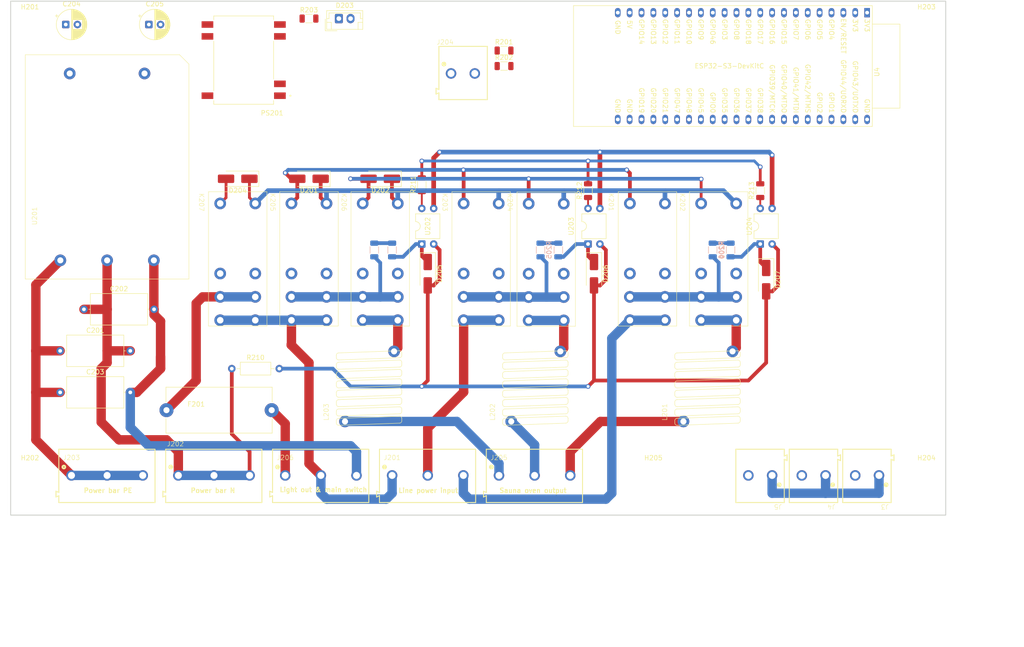
<source format=kicad_pcb>
(kicad_pcb (version 20241229) (generator "pcbnew") (generator_version "9.0")
  (title_block (title "Place Titel In Page Setup") (date "2024-09-26") (rev "0.0.1") (company "Ingenieurbüro für Elektrotechnik") (comment 1 "Dipl.-Ing. Jürgen Eggeling") (comment 2 "Author: Jürgen Eggeling"))
  (layers (0 "F.Cu" signal) (2 "B.Cu" signal) (13 "F.Paste" user) (15 "B.Paste" user) (5 "F.SilkS" user "F.Silkscreen") (7 "B.SilkS" user "B.Silkscreen") (1 "F.Mask" user) (3 "B.Mask" user) (25 "Edge.Cuts" user))
  (net 0 "")
  (net 1 "GND")
  (net 2 "+24V")
  (net 3 "+5V")
  (net 4 "Relais_1")
  (net 5 "Relais_2")
  (net 6 "L1_ON")
  (net 7 "Relais_3")
  (net 8 "Net-(D203-A)")
  (net 9 "N")
  (net 10 "Net-(D205-K)")
  (net 11 "Net-(D206-K)")
  (net 12 "L3")
  (net 13 "/Power distribution part/L1_SW")
  (net 14 "L2")
  (net 15 "/Power distribution part/L2_SW")
  (net 16 "/Power distribution part/L3_SW")
  (net 17 "L1")
  (net 18 "/Power distribution part/L3_OUT")
  (net 19 "/Power distribution part/L1_OUT")
  (net 20 "+3V3")
  (net 21 "L2_SENSE")
  (net 22 "L3_SENSE")
  (net 23 "PE")
  (net 24 "Light_on_off")
  (net 25 "Standby_On")
  (net 26 "Door_Contact")
  (net 27 "24VR")
  (net 28 "Net-(D207-K)")
  (net 29 "/Power distribution part/L2_OUT")
  (net 84 "/Power distribution part/Light_Out")
  (net 85 "Net-(F201-Pad2)")
  (net 86 "24V_FB")
  (net 87 "Net-(R204-Pad2)")
  (net 88 "Net-(R205-Pad2)")
  (net 89 "Net-(R206-Pad2)")
  (net 90 "/Power distribution part/K202_Out")
  (net 91 "/Power distribution part/K204_Out")
  (net 92 "/Power distribution part/K206_Out")
  (net 93 "Net-(D205-A)")
  (net 94 "L1_SENSE")
  (footprint "Package_DIP:DIP-4_W7.62mm" (layer "F.Cu") (at 190.495 93.98 90)
    (property "Reference" "U203")
    (property "Value" "4N25" (hide yes))
  )
  (footprint "Package_DIP:DIP-4_W7.62mm" (layer "F.Cu") (at 227.325 93.975 90)
    (property "Reference" "U204")
    (property "Value" "4N25" (hide yes))
  )
  (footprint "MyRelays:Standard_Relay_double Pins" (layer "F.Cu") (at 146.05 97.79 -90)
    (property "Reference" "K206")
    (property "Value" "Relais_SPDT_CO")
  )
  (footprint "MyConnectors:Terminal_Block_2_RM5.08" (layer "F.Cu") (at 238.76 143.51 180)
    (property "Reference" "J4")
    (property "Value" "KL2RM5.08")
  )
  (footprint "Diode_SMD:D_SMA_Handsoldering" (layer "F.Cu") (at 156.21 100.33 -90)
    (property "Reference" "D205")
    (property "Value" "1N4004")
  )
  (footprint "MyConnectors:Terminal_Block_3_RM7.62" (layer "F.Cu") (at 87.63 143.51)
    (property "Reference" "J203")
    (property "Value" "KL3RM7.62")
  )
  (footprint "MyRelays:Standard_Relay_double Pins" (layer "F.Cu") (at 115.57 97.79 -90)
    (property "Reference" "K207")
    (property "Value" "Relais_SPDT_CO")
  )
  (footprint "MyConnectors:Terminal_Block_2_RM5.08" (layer "F.Cu") (at 227.33 143.51 180)
    (property "Reference" "J5")
    (property "Value" "KL2RM5.08")
  )
  (footprint "Fuse:Fuseholder_Cylinder-5x20mm_Schurter_0031_8201_Horizontal_Open" (layer "F.Cu") (at 100.33 129.54)
    (property "Reference" "F201")
    (property "Value" "1A/M" (hide yes))
  )
  (footprint "Diode_SMD:D_SMA_Handsoldering" (layer "F.Cu") (at 146.05 80.01 180)
    (property "Reference" "D202")
    (property "Value" "1N4004")
  )
  (footprint "MyConnectors:Terminal_Block_3_RM7.62" (layer "F.Cu") (at 110.49 143.51)
    (property "Reference" "J202")
    (property "Value" "KL3RM7.62")
  )
  (footprint "SaunaProject:Current_Coil_15X14" (layer "F.Cu") (at 215.9 124.46 90)
    (property "Reference" "L201")
    (property "Value" "8Wdg,D8,1,3mm" (hide yes))
  )
  (footprint "Connector_JST:JST_EH_B2B-EH-A_1x02_P2.50mm_Vertical" (layer "F.Cu") (at 137.2 45.72)
    (property "Reference" "D203")
    (property "Value" "LED")
  )
  (footprint "MountingHole:MountingHole_3.2mm_M3_DIN965" (layer "F.Cu") (at 262.89 46.99)
    (property "Reference" "H203")
    (property "Value" "MountingHole")
  )
  (footprint "Capacitor_THT:C_Axial_L12.0mm_D6.5mm_P15.00mm_Horizontal" (layer "F.Cu") (at 82.67 107.95)
    (property "Reference" "C202")
    (property "Value" "33nF")
  )
  (footprint "Capacitor_THT:CP_Radial_D6.3mm_P2.50mm" (layer "F.Cu") (at 96.56 46.99)
    (property "Reference" "C205")
    (property "Value" "10µF/50V")
  )
  (footprint "Diode_SMD:D_SMA_Handsoldering" (layer "F.Cu") (at 191.77 100.33 -90)
    (property "Reference" "D206")
    (property "Value" "1N4004")
  )
  (footprint "MyConnectors:Terminal_Block_3_RM7.62" (layer "F.Cu") (at 156.21 143.51)
    (property "Reference" "J201")
    (property "Value" "KL3RM7.62" (hide yes))
  )
  (footprint "SaunaProject:Current_Coil_15X14" (layer "F.Cu") (at 143.51 124.46 90)
    (property "Reference" "L203")
    (property "Value" "8Wdg,D8,1,3mm" (hide yes))
  )
  (footprint "MountingHole:MountingHole_3.2mm_M3_DIN965" (layer "F.Cu") (at 71.12 143.51)
    (property "Reference" "H202")
    (property "Value" "MountingHole")
  )
  (footprint "MyRelays:Standard_Relay_double Pins" (layer "F.Cu") (at 218.44 97.79 -90)
    (property "Reference" "K202")
    (property "Value" "Relais_SPDT_CO")
  )
  (footprint "MountingHole:MountingHole_3.2mm_M3_DIN965" (layer "F.Cu") (at 71.12 46.99)
    (property "Reference" "H201")
    (property "Value" "MountingHole")
  )
  (footprint "MyRelays:Standard_Relay_double Pins" (layer "F.Cu") (at 203.2 97.79 -90)
    (property "Reference" "K201")
    (property "Value" "Relais_SPDT_CO" (hide yes))
  )
  (footprint "MyConnectors:Terminal_Block_2_RM5.08" (layer "F.Cu") (at 250.19 143.51 180)
    (property "Reference" "J3")
    (property "Value" "KL2RM5.08")
  )
  (footprint "MountingHole:MountingHole_3.2mm_M3_DIN965" (layer "F.Cu") (at 204.47 143.51)
    (property "Reference" "H205")
    (property "Value" "MountingHole")
  )
  (footprint "MyRelays:Standard_Relay_double Pins" (layer "F.Cu") (at 167.64 97.79 -90)
    (property "Reference" "K203")
    (property "Value" "Relais_SPDT_CO" (hide yes))
  )
  (footprint "MyRelays:Standard_Relay_double Pins" (layer "F.Cu") (at 130.81 97.79 -90)
    (property "Reference" "K205")
    (property "Value" "Relais_SPDT_CO" (hide yes))
  )
  (footprint "Package_DIP:DIP-4_W7.62mm" (layer "F.Cu") (at 154.94 93.98 90)
    (property "Reference" "U202")
    (property "Value" "4N25" (hide yes))
  )
  (footprint "MyConnectors:Terminal_Block_2_RM5.08" (layer "F.Cu") (at 163.7325 57.465)
    (property "Reference" "J204")
    (property "Value" "KL2RM5.08")
  )
  (footprint "Resistor_SMD:R_1206_3216Metric" (layer "F.Cu") (at 190.5 82.55 90)
    (property "Reference" "R212")
    (property "Value" "10K")
  )
  (footprint "Diode_SMD:D_SMA_Handsoldering" (layer "F.Cu") (at 228.6 101.6 -90)
    (property "Reference" "D207")
    (property "Value" "1N4004")
  )
  (footprint "MyConnectors:Terminal_Block_3_RM7.62" (layer "F.Cu") (at 179.07 143.51)
    (property "Reference" "J205")
    (property "Value" "KL3RM7.62" (hide yes))
  )
  (footprint "Capacitor_THT:C_Axial_L12.0mm_D6.5mm_P15.00mm_Horizontal" (layer "F.Cu") (at 77.59 116.84)
    (property "Reference" "C201")
    (property "Value" "1nF")
  )
  (footprint "Resistor_SMD:R_1206_3216Metric" (layer "F.Cu") (at 172.5275 55.88)
    (property "Reference" "R202")
    (property "Value" "10K")
  )
  (footprint "Resistor_SMD:R_1206_3216Metric" (layer "F.Cu") (at 227.33 82.55 90)
    (property "Reference" "R213")
    (property "Value" "10K")
  )
  (footprint "DCDC:CONV_RSH2-2405S_H3-R" (layer "F.Cu") (at 116.84 54.61 180)
    (property "Reference" "PS201")
    (property "Value" "RSH2-2405S_H3-R")
  )
  (footprint "MyConnectors:Terminal_Block_3_RM7.62" (layer "F.Cu") (at 133.35 143.51)
    (property "Reference" "J206")
    (property "Value" "KL3RM7.62" (hide yes))
  )
  (footprint "Resistor_SMD:R_1206_3216Metric" (layer "F.Cu") (at 130.81 45.72)
    (property "Reference" "R203")
    (property "Value" "1K5")
  )
  (footprint "Diode_SMD:D_SMA_Handsoldering" (layer "F.Cu") (at 130.81 80.01 180)
    (property "Reference" "D201")
    (property "Value" "1N4004")
  )
  (footprint "MountingHole:MountingHole_3.2mm_M3_DIN965" (layer "F.Cu") (at 262.89 143.51)
    (property "Reference" "H204")
    (property "Value" "MountingHole")
  )
  (footprint "SaunaProject:Current_Coil_15X14" (layer "F.Cu") (at 179.07 124.46 90)
    (property "Reference" "L202")
    (property "Value" "8Wdg,D8,1,3mm" (hide yes))
  )
  (footprint "Resistor_SMD:R_1206_3216Metric" (layer "F.Cu") (at 172.5275 52.57)
    (property "Reference" "R201")
    (property "Value" "100K")
  )
  (footprint "MyRelays:Standard_Relay_double Pins" (layer "F.Cu") (at 181.55 97.83 -90)
    (property "Reference" "K204")
    (property "Value" "Relais_SPDT_CO")
  )
  (footprint "Resistor_SMD:R_1206_3216Metric" (layer "F.Cu") (at 154.94 81.28 90)
    (property "Reference" "R211")
    (property "Value" "10K")
  )
  (footprint "Diode_SMD:D_SMA_Handsoldering" (layer "F.Cu") (at 115.57 80.01 180)
    (property "Reference" "D204")
    (property "Value" "1N4004")
  )
  (footprint "Capacitor_THT:C_Axial_L12.0mm_D6.5mm_P15.00mm_Horizontal" (layer "F.Cu") (at 77.59 125.73)
    (property "Reference" "C203")
    (property "Value" "1nF")
  )
  (footprint "Resistor_THT:R_Axial_DIN0207_L6.3mm_D2.5mm_P10.16mm_Horizontal" (layer "F.Cu") (at 114.3 120.65)
    (property "Reference" "R210")
    (property "Value" "10K")
  )
  (footprint "Mornsun_ACDC:LHE05-20B24" (layer "F.Cu") (at 87.63 77.47 90)
    (property "Reference" "U201")
    (property "Value" "LHE05-20B24")
  )
  (footprint "Capacitor_THT:CP_Radial_D6.3mm_P2.50mm" (layer "F.Cu") (at 78.78 46.99)
    (property "Reference" "C204")
    (property "Value" "10µF/50V")
  )
  (footprint "Espreessif ESP32:ESP32-S3-DevKitC" (layer "F.Cu") (at 250.19 44.45 -90)
    (property "Reference" "U4")
    (property "Value" "ESP32-S3-DevKitC")
  )
  (footprint "Resistor_SMD:R_1206_3216Metric" (layer "B.Cu") (at 148.59 95.25 -90)
    (property "Reference" "R207" (hide yes))
    (property "Value" "100K" (hide yes))
  )
  (footprint "Resistor_SMD:R_1206_3216Metric" (layer "B.Cu") (at 217.17 95.25 90)
    (property "Reference" "R206")
    (property "Value" "100K")
  )
  (footprint "Resistor_SMD:R_1206_3216Metric" (layer "B.Cu") (at 220.98 95.25 -90)
    (property "Reference" "R209")
    (property "Value" "100k")
  )
  (footprint "Resistor_SMD:R_1206_3216Metric" (layer "B.Cu") (at 184.15 95.25 -90)
    (property "Reference" "R208" (hide yes))
    (property "Value" "100K" (hide yes))
  )
  (footprint "Resistor_SMD:R_1206_3216Metric" (layer "B.Cu") (at 180.34 95.25 90)
    (property "Reference" "R205")
    (property "Value" "100K")
  )
  (footprint "Resistor_SMD:R_1206_3216Metric" (layer "B.Cu") (at 144.78 95.25 90)
    (property "Reference" "R204" (hide yes))
    (property "Value" "100K" (hide yes))
  )
  (gr_rect (start 67 42) (end 267 152) (stroke (width 0.2)) (fill no) (layer "Edge.Cuts"))
  (gr_text "Power bar N" (at 105.41 147.32 0) (layer "F.SilkS") (effects (font (size 1 1) (thickness 0.2) (bold yes)) (justify left bottom)))
  (gr_text "Sauna oven output" (at 171.45 147.32 0) (layer "F.SilkS") (effects (font (size 1 1) (thickness 0.2) (bold yes)) (justify left bottom)))
  (gr_text "Line power input" (at 149.86 147.32 0) (layer "F.SilkS") (effects (font (size 1 1) (thickness 0.2) (bold yes)) (justify left bottom)))
  (gr_text "Power bar PE" (at 82.55 147.32 0) (layer "F.SilkS") (effects (font (size 1 1) (thickness 0.2) (bold yes)) (justify left bottom)))
  (gr_text "Light out & main switch" (at 124.46 147.15 0) (layer "F.SilkS") (effects (font (size 1 1) (thickness 0.2) (bold yes)) (justify left bottom)))
  (segment (start 193.035 86.36) (end 193.035 74.300002) (width 1) (layer "F.Cu") (net 1))
  (segment (start 157.48 86.36) (end 157.48 75.565) (width 1) (layer "F.Cu") (net 1))
  (segment (start 193.035 74.300002) (end 193.04 74.295002) (width 1) (layer "F.Cu") (net 1))
  (segment (start 229.865 74.935) (end 229.865 86.355) (width 1) (layer "F.Cu") (net 1))
  (segment (start 229.87 74.93) (end 229.865 74.935) (width 1) (layer "F.Cu") (net 1))
  (segment (start 157.48 75.565) (end 158.75 74.295002) (width 1) (layer "F.Cu") (net 1))
  (via (at 229.87 74.93) (size 1) (drill 0.6) (layers "F.Cu" "B.Cu") (net 1))
  (via (at 158.75 74.295002) (size 1) (drill 0.6) (layers "F.Cu" "B.Cu") (net 1))
  (via (at 193.04 74.295002) (size 1) (drill 0.6) (layers "F.Cu" "B.Cu") (net 1))
  (segment (start 229.235 74.295) (end 193.040002 74.295) (width 1) (layer "B.Cu") (net 1))
  (segment (start 193.040002 74.295) (end 193.04 74.295002) (width 1) (layer "B.Cu") (net 1))
  (segment (start 252.73 147.32) (end 241.3 147.32) (width 2) (layer "B.Cu") (net 1))
  (segment (start 229.87 74.93) (end 229.235 74.295) (width 1) (layer "B.Cu") (net 1))
  (segment (start 241.3 143.51) (end 241.3 147.32) (width 2) (layer "B.Cu") (net 1))
  (segment (start 241.3 147.32) (end 229.87 147.32) (width 2) (layer "B.Cu") (net 1))
  (segment (start 229.87 147.32) (end 229.87 143.51) (width 2) (layer "B.Cu") (net 1))
  (segment (start 158.75 74.295002) (end 193.04 74.295002) (width 1) (layer "B.Cu") (net 1))
  (segment (start 252.73 143.51) (end 252.73 147.32) (width 2) (layer "B.Cu") (net 1))
  (segment (start 128.31 84.04) (end 127.06 85.29) (width 0.8) (layer "F.Cu") (net 4))
  (segment (start 128.31 80.01) (end 128.31 84.04) (width 0.8) (layer "F.Cu") (net 4))
  (segment (start 163.89 78.165) (end 163.83 78.105) (width 0.6) (layer "F.Cu") (net 4))
  (segment (start 128.31 80.01) (end 127 80.01) (width 0.8) (layer "F.Cu") (net 4))
  (segment (start 127 80.01) (end 125.73 78.74) (width 0.8) (layer "F.Cu") (net 4))
  (segment (start 199.45 78.8) (end 198.755 78.105) (width 0.8) (layer "F.Cu") (net 4))
  (segment (start 199.45 85.29) (end 199.45 78.8) (width 0.8) (layer "F.Cu") (net 4))
  (segment (start 163.89 85.29) (end 163.89 78.165) (width 0.8) (layer "F.Cu") (net 4))
  (via (at 163.83 78.105) (size 1) (drill 0.6) (layers "F.Cu" "B.Cu") (net 4))
  (via (at 198.755 78.105) (size 1) (drill 0.6) (layers "F.Cu" "B.Cu") (net 4))
  (via (at 125.73 78.74) (size 1) (drill 0.6) (layers "F.Cu" "B.Cu") (net 4))
  (segment (start 125.73 78.74) (end 126.365 78.105) (width 0.8) (layer "B.Cu") (net 4))
  (segment (start 198.755 78.105) (end 163.83 78.105) (width 0.8) (layer "B.Cu") (net 4))
  (segment (start 126.365 78.105) (end 163.83 78.105) (width 0.8) (layer "B.Cu") (net 4))
  (segment (start 143.55 84.04) (end 142.3 85.29) (width 0.8) (layer "F.Cu") (net 5))
  (segment (start 139.7 80.01) (end 143.55 80.01) (width 0.8) (layer "F.Cu") (net 5))
  (segment (start 143.55 80.01) (end 143.55 84.04) (width 0.8) (layer "F.Cu") (net 5))
  (segment (start 177.8 85.33) (end 177.8 80.01) (width 0.8) (layer "F.Cu") (net 5))
  (segment (start 214.69 85.29) (end 214.690001 80.070001) (width 0.6) (layer "F.Cu") (net 5))
  (via (at 214.690001 80.070001) (size 1) (drill 0.6) (layers "F.Cu" "B.Cu") (net 5))
  (via (at 177.8 80.01) (size 1) (drill 0.6) (layers "F.Cu" "B.Cu") (net 5))
  (via (at 139.7 80.01) (size 1) (drill 0.6) (layers "F.Cu" "B.Cu") (net 5))
  (segment (start 214.63 80.01) (end 214.690001 80.070001) (width 0.6) (layer "B.Cu") (net 5))
  (segment (start 177.8 80.01) (end 214.63 80.01) (width 0.8) (layer "B.Cu") (net 5))
  (segment (start 177.8 80.01) (end 139.7 80.01) (width 0.8) (layer "B.Cu") (net 5))
  (segment (start 97.63 107.91) (end 97.67 107.95) (width 2) (layer "F.Cu") (net 6))
  (segment (start 93.98 125.73) (end 92.59 125.73) (width 2) (layer "F.Cu") (net 6))
  (segment (start 97.63 97.47) (end 97.63 107.91) (width 2) (layer "F.Cu") (net 6))
  (segment (start 99.06 110.49) (end 99.06 120.65) (width 2) (layer "F.Cu") (net 6))
  (segment (start 99.06 120.65) (end 99.06 118.11) (width 2) (layer "F.Cu") (net 6))
  (segment (start 97.67 107.95) (end 97.67 109.1) (width 2) (layer "F.Cu") (net 6))
  (segment (start 99.06 120.65) (end 93.98 125.73) (width 2) (layer "F.Cu") (net 6))
  (segment (start 97.67 109.1) (end 99.06 110.49) (width 2) (layer "F.Cu") (net 6))
  (segment (start 139.7 137.16) (end 140.97 138.43) (width 2) (layer "B.Cu") (net 6))
  (segment (start 92.59 125.73) (end 92.59 133.23) (width 2) (layer "B.Cu") (net 6))
  (segment (start 140.97 138.43) (end 140.97 143.51) (width 2) (layer "B.Cu") (net 6))
  (segment (start 96.52 137.16) (end 139.7 137.16) (width 2) (layer "B.Cu") (net 6))
  (segment (start 92.59 133.23) (end 96.52 137.16) (width 2) (layer "B.Cu") (net 6))
  (segment (start 113.07 84.04) (end 111.82 85.29) (width 0.6) (layer "F.Cu") (net 7))
  (segment (start 113.07 80.01) (end 113.07 84.04) (width 0.6) (layer "F.Cu") (net 7))
  (segment (start 118.11 138.43) (end 118.11 143.51) (width 0.8) (layer "F.Cu") (net 9))
  (segment (start 114.3 120.65) (end 114.3 134.62) (width 0.8) (layer "F.Cu") (net 9))
  (segment (start 87.63 107.95) (end 87.63 116.84) (width 2) (layer "F.Cu") (net 9))
  (segment (start 87.63 119.38) (end 86.36 120.65) (width 2) (layer "F.Cu") (net 9))
  (segment (start 87.63 97.47) (end 87.63 107.95) (width 2) (layer "F.Cu") (net 9))
  (segment (start 82.67 107.95) (end 87.63 107.95) (width 2) (layer "F.Cu") (net 9))
  (segment (start 90.17 135.89) (end 100.33 135.89) (width 2) (layer "F.Cu") (net 9))
  (segment (start 114.3 134.62) (end 118.11 138.43) (width 0.8) (layer "F.Cu") (net 9))
  (segment (start 102.87 138.43) (end 102.87 143.51) (width 2) (layer "F.Cu") (net 9))
  (segment (start 86.36 120.65) (end 86.36 132.08) (width 2) (layer "F.Cu") (net 9))
  (segment (start 92.59 116.84) (end 87.63 116.84) (width 2) (layer "F.Cu") (net 9))
  (segment (start 100.33 135.89) (end 102.87 138.43) (width 2) (layer "F.Cu") (net 9))
  (segment (start 87.63 116.84) (end 87.63 119.38) (width 2) (layer "F.Cu") (net 9))
  (segment (start 86.36 132.08) (end 90.17 135.89) (width 2) (layer "F.Cu") (net 9))
  (segment (start 102.87 143.51) (end 110.49 143.51) (width 2) (layer "B.Cu") (net 9))
  (segment (start 118.11 143.51) (end 110.49 143.51) (width 2) (layer "B.Cu") (net 9))
  (segment (start 154.94 93.98) (end 154.94 96.56) (width 0.8) (layer "F.Cu") (net 10))
  (segment (start 154.94 96.56) (end 156.21 97.83) (width 0.8) (layer "F.Cu") (net 10))
  (segment (start 150.9375 96.7125) (end 153.67 93.98) (width 0.8) (layer "B.Cu") (net 10))
  (segment (start 148.59 96.7125) (end 150.9375 96.7125) (width 0.8) (layer "B.Cu") (net 10))
  (segment (start 153.67 93.98) (end 154.94 93.98) (width 0.8) (layer "B.Cu") (net 10))
  (segment (start 190.495 96.555) (end 191.77 97.83) (width 0.8) (layer "F.Cu") (net 11))
  (segment (start 190.495 93.98) (end 190.495 96.555) (width 0.8) (layer "F.Cu") (net 11))
  (segment (start 184.15 96.7125) (end 185.2275 96.7125) (width 0.8) (layer "B.Cu") (net 11))
  (segment (start 187.96 93.98) (end 190.495 93.98) (width 0.8) (layer "B.Cu") (net 11))
  (segment (start 185.2275 96.7125) (end 187.96 93.98) (width 0.8) (layer "B.Cu") (net 11))
  (segment (start 165.1 148.59) (end 163.83 147.32) (width 2) (layer "B.Cu") (net 12))
  (segment (start 195.58 147.32) (end 194.31 148.59) (width 2) (layer "B.Cu") (net 12))
  (segment (start 199.45 110.29) (end 195.58 114.16) (width 2) (layer "B.Cu") (net 12))
  (segment (start 206.95 110.29) (end 199.45 110.29) (width 2) (layer "B.Cu") (net 12))
  (segment (start 163.83 147.32) (end 163.83 143.51) (width 2) (layer "B.Cu") (net 12))
  (segment (start 195.58 114.16) (end 195.58 147.32) (width 2) (layer "B.Cu") (net 12))
  (segment (start 194.31 148.59) (end 165.1 148.59) (width 2) (layer "B.Cu") (net 12))
  (segment (start 149.8 105.29) (end 146.05 105.29) (width 2) (layer "B.Cu") (net 13))
  (segment (start 146.05 97.9825) (end 146.05 105.29) (width 0.8) (layer "B.Cu") (net 13))
  (segment (start 146.05 105.29) (end 142.3 105.29) (width 2) (layer "B.Cu") (net 13))
  (segment (start 144.78 96.7125) (end 146.05 97.9825) (width 0.8) (layer "B.Cu") (net 13))
  (segment (start 127.06 105.29) (end 134.56 105.29) (width 2) (layer "B.Cu") (net 13))
  (segment (start 134.56 105.29) (end 142.3 105.29) (width 2) (layer "B.Cu") (net 13))
  (segment (start 156.21 133.35) (end 156.21 143.51) (width 2) (layer "F.Cu") (net 14))
  (segment (start 163.89 110.29) (end 163.89 125.67) (width 2) (layer "F.Cu") (net 14))
  (segment (start 163.89 125.67) (end 156.21 133.35) (width 2) (layer "F.Cu") (net 14))
  (segment (start 171.39 110.29) (end 163.89 110.29) (width 2) (layer "B.Cu") (net 14))
  (segment (start 181.61 105.33) (end 177.8 105.33) (width 2) (layer "B.Cu") (net 15))
  (segment (start 163.89 105.29) (end 171.39 105.29) (width 2) (layer "B.Cu") (net 15))
  (segment (start 171.39 105.29) (end 177.76 105.29) (width 2) (layer "B.Cu") (net 15))
  (segment (start 185.3 105.33) (end 181.61 105.33) (width 2) (layer "B.Cu") (net 15))
  (segment (start 177.76 105.29) (end 177.8 105.33) (width 2) (layer "B.Cu") (net 15))
  (segment (start 180.34 96.7125) (end 181.61 97.9825) (width 0.8) (layer "B.Cu") (net 15))
  (segment (start 181.61 97.9825) (end 181.61 105.33) (width 0.8) (layer "B.Cu") (net 15))
  (segment (start 199.45 105.29) (end 206.95 105.29) (width 2) (layer "B.Cu") (net 16))
  (segment (start 217.17 96.7125) (end 218.44 97.9825) (width 0.8) (layer "B.Cu") (net 16))
  (segment (start 218.44 97.9825) (end 218.44 105.29) (width 0.8) (layer "B.Cu") (net 16))
  (segment (start 218.44 105.29) (end 214.69 105.29) (width 2) (layer "B.Cu") (net 16))
  (segment (start 206.95 105.29) (end 214.69 105.29) (width 2) (layer "B.Cu") (net 16))
  (segment (start 222.19 105.29) (end 218.44 105.29) (width 2) (layer "B.Cu") (net 16))
  (segment (start 127.06 115.51) (end 127.06 110.29) (width 2) (layer "F.Cu") (net 17))
  (segment (start 127 115.57) (end 127.06 115.51) (width 2) (layer "F.Cu") (net 17))
  (segment (start 130.81 140.97) (end 130.81 119.38) (width 2) (layer "F.Cu") (net 17))
  (segment (start 133.35 143.51) (end 130.81 140.97) (width 2) (layer "F.Cu") (net 17))
  (segment (start 130.81 119.38) (end 127 115.57) (width 2) (layer "F.Cu") (net 17))
  (segment (start 134.62 148.59) (end 133.35 147.32) (width 2) (layer "B.Cu") (net 17))
  (segment (start 133.35 147.32) (end 133.35 143.51) (width 2) (layer "B.Cu") (net 17))
  (segment (start 148.59 147.32) (end 147.32 148.59) (width 2) (layer "B.Cu") (net 17))
  (segment (start 119.32 110.29) (end 127.06 110.29) (width 2) (layer "B.Cu") (net 17))
  (segment (start 148.59 143.51) (end 148.59 147.32) (width 2) (layer "B.Cu") (net 17))
  (segment (start 127.06 110.29) (end 134.56 110.29) (width 2) (layer "B.Cu") (net 17))
  (segment (start 111.82 110.29) (end 119.32 110.29) (width 2) (layer "B.Cu") (net 17))
  (segment (start 147.32 148.59) (end 134.62 148.59) (width 2) (layer "B.Cu") (net 17))
  (segment (start 193.16 131.96) (end 186.69 138.43) (width 2) (layer "F.Cu") (net 18))
  (segment (start 210.9 131.96) (end 193.16 131.96) (width 2) (layer "F.Cu") (net 18))
  (segment (start 186.69 138.43) (end 186.69 143.51) (width 2) (layer "F.Cu") (net 18))
  (segment (start 171.45 143.51) (end 171.45 140.97) (width 2) (layer "B.Cu") (net 19))
  (segment (start 171.45 140.97) (end 162.44 131.96) (width 2) (layer "B.Cu") (net 19))
  (segment (start 162.44 131.96) (end 138.51 131.96) (width 2) (layer "B.Cu") (net 19))
  (segment (start 154.94 76.2) (end 154.94 79.8175) (width 0.6) (layer "F.Cu") (net 20))
  (segment (start 190.5 81.0875) (end 190.5 80.525) (width 0.6) (layer "F.Cu") (net 20))
  (segment (start 227.33 81.0875) (end 227.33 77.47) (width 0.6) (layer "F.Cu") (net 20))
  (segment (start 190.5 80.525) (end 190.5 76.2) (width 0.6) (layer "F.Cu") (net 20))
  (via (at 190.5 76.2) (size 1) (drill 0.6) (layers "F.Cu" "B.Cu") (net 20))
  (via (at 227.33 77.47) (size 1) (drill 0.6) (layers "F.Cu" "B.Cu") (net 20))
  (via (at 154.94 76.2) (size 1) (drill 0.6) (layers "F.Cu" "B.Cu") (net 20))
  (segment (start 226.06 76.2) (end 190.5 76.2) (width 0.6) (layer "B.Cu") (net 20))
  (segment (start 227.33 77.47) (end 226.06 76.2) (width 0.6) (layer "B.Cu") (net 20))
  (segment (start 190.5 76.2) (end 154.94 76.2) (width 0.6) (layer "B.Cu") (net 20))
  (segment (start 190.5 86.355) (end 190.495 86.36) (width 0.4) (layer "F.Cu") (net 21))
  (segment (start 190.5 84.0125) (end 190.5 86.355) (width 0.4) (layer "F.Cu") (net 21))
  (segment (start 227.33 86.35) (end 227.325 86.355) (width 0.4) (layer "F.Cu") (net 22))
  (segment (start 227.33 84.0125) (end 227.33 86.35) (width 0.4) (layer "F.Cu") (net 22))
  (segment (start 72.39 135.89) (end 80.01 143.51) (width 2) (layer "F.Cu") (net 23))
  (segment (start 72.39 102.71) (end 72.39 116.84) (width 2) (layer "F.Cu") (net 23))
  (segment (start 72.39 116.84) (end 72.39 125.73) (width 2) (layer "F.Cu") (net 23))
  (segment (start 77.59 116.84) (end 72.39 116.84) (width 2) (layer "F.Cu") (net 23))
  (segment (start 77.63 97.47) (end 72.39 102.71) (width 2) (layer "F.Cu") (net 23))
  (segment (start 77.59 125.73) (end 72.39 125.73) (width 2) (layer "F.Cu") (net 23))
  (segment (start 72.39 125.73) (end 72.39 135.89) (width 2) (layer "F.Cu") (net 23))
  (segment (start 87.63 143.51) (end 95.25 143.51) (width 2) (layer "B.Cu") (net 23))
  (segment (start 80.01 143.51) (end 87.63 143.51) (width 2) (layer "B.Cu") (net 23))
  (segment (start 118.07 84.04) (end 119.32 85.29) (width 0.6) (layer "F.Cu") (net 27))
  (segment (start 148.55 84.04) (end 149.8 85.29) (width 0.8) (layer "F.Cu") (net 27))
  (segment (start 133.31 84.04) (end 134.56 85.29) (width 0.8) (layer "F.Cu") (net 27))
  (segment (start 118.07 80.01) (end 118.07 84.04) (width 0.6) (layer "F.Cu") (net 27))
  (segment (start 148.55 80.01) (end 148.55 84.04) (width 0.8) (layer "F.Cu") (net 27))
  (segment (start 133.31 80.01) (end 133.31 84.04) (width 0.8) (layer "F.Cu") (net 27))
  (segment (start 185.3 85.33) (end 185.3 82.67) (width 1) (layer "B.Cu") (net 27))
  (segment (start 171.39 85.29) (end 171.39 82.61) (width 1) (layer "B.Cu") (net 27))
  (segment (start 149.86 82.55) (end 134.62 82.55) (width 1) (layer "B.Cu") (net 27))
  (segment (start 206.95 82.61) (end 207.01 82.55) (width 1) (layer "B.Cu") (net 27))
  (segment (start 219.45 82.55) (end 207.01 82.55) (width 1) (layer "B.Cu") (net 27))
  (segment (start 185.42 82.55) (end 171.45 82.55) (width 1) (layer "B.Cu") (net 27))
  (segment (start 222.19 85.29) (end 219.45 82.55) (width 1) (layer "B.Cu") (net 27))
  (segment (start 206.95 85.29) (end 206.95 82.61) (width 1) (layer "B.Cu") (net 27))
  (segment (start 134.62 82.55) (end 122.06 82.55) (width 1) (layer "B.Cu") (net 27))
  (segment (start 185.3 82.67) (end 185.42 82.55) (width 1) (layer "B.Cu") (net 27))
  (segment (start 134.56 85.29) (end 134.56 82.61) (width 1) (layer "B.Cu") (net 27))
  (segment (start 122.06 82.55) (end 119.32 85.29) (width 1) (layer "B.Cu") (net 27))
  (segment (start 171.45 82.55) (end 149.86 82.55) (width 1) (layer "B.Cu") (net 27))
  (segment (start 171.39 82.61) (end 171.45 82.55) (width 1) (layer "B.Cu") (net 27))
  (segment (start 134.56 82.61) (end 134.62 82.55) (width 0.6) (layer "B.Cu") (net 27))
  (segment (start 207.01 82.55) (end 185.42 82.55) (width 1) (layer "B.Cu") (net 27))
  (segment (start 149.8 82.61) (end 149.86 82.55) (width 0.6) (layer "B.Cu") (net 27))
  (segment (start 149.8 85.29) (end 149.8 82.61) (width 1) (layer "B.Cu") (net 27))
  (segment (start 227.325 97.825) (end 228.6 99.1) (width 0.8) (layer "F.Cu") (net 28))
  (segment (start 227.325 93.975) (end 227.325 97.825) (width 0.8) (layer "F.Cu") (net 28))
  (segment (start 220.98 96.7125) (end 223.3275 96.7125) (width 0.8) (layer "B.Cu") (net 28))
  (segment (start 226.065 93.975) (end 227.325 93.975) (width 0.8) (layer "B.Cu") (net 28))
  (segment (start 223.3275 96.7125) (end 226.065 93.975) (width 0.8) (layer "B.Cu") (net 28))
  (segment (start 179.07 136.96) (end 179.07 143.51) (width 2) (layer "B.Cu") (net 29))
  (segment (start 174.07 131.96) (end 179.07 136.96) (width 2) (layer "B.Cu") (net 29))
  (segment (start 111.82 105.29) (end 108.07 105.29) (width 2) (layer "F.Cu") (net 84))
  (segment (start 106.68 123.19) (end 100.33 129.54) (width 2) (layer "F.Cu") (net 84))
  (segment (start 106.68 106.68) (end 106.68 123.19) (width 2) (layer "F.Cu") (net 84))
  (segment (start 108.07 105.29) (end 106.68 106.68) (width 2) (layer "F.Cu") (net 84))
  (segment (start 111.82 105.29) (end 119.32 105.29) (width 2) (layer "B.Cu") (net 84))
  (segment (start 125.73 132.44) (end 125.73 143.51) (width 2) (layer "F.Cu") (net 85))
  (segment (start 122.83 129.54) (end 125.73 132.44) (width 2) (layer "F.Cu") (net 85))
  (segment (start 144.78 93.7875) (end 148.59 93.7875) (width 0.8) (layer "B.Cu") (net 87))
  (segment (start 180.34 93.7875) (end 184.15 93.7875) (width 0.8) (layer "B.Cu") (net 88))
  (segment (start 217.17 93.7875) (end 220.98 93.7875) (width 0.8) (layer "B.Cu") (net 89))
  (segment (start 222.19 116.17) (end 221.4 116.96) (width 2) (layer "F.Cu") (net 90))
  (segment (start 222.19 110.29) (end 222.19 116.17) (width 2) (layer "F.Cu") (net 90))
  (segment (start 214.69 110.29) (end 222.19 110.29) (width 2) (layer "B.Cu") (net 90))
  (segment (start 185.3 116.23) (end 184.57 116.96) (width 2) (layer "F.Cu") (net 91))
  (segment (start 185.3 110.33) (end 185.3 116.23) (width 2) (layer "F.Cu") (net 91))
  (segment (start 177.8 110.33) (end 185.3 110.33) (width 2) (layer "B.Cu") (net 91))
  (segment (start 149.8 116.17) (end 149.01 116.96) (width 2) (layer "F.Cu") (net 92))
  (segment (start 149.8 110.29) (end 149.8 116.17) (width 2) (layer "F.Cu") (net 92))
  (segment (start 142.3 110.29) (end 149.8 110.29) (width 2) (layer "B.Cu") (net 92))
  (segment (start 191.77 102.83) (end 191.77 123.19) (width 0.8) (layer "F.Cu") (net 93))
  (segment (start 229.83 104.1) (end 229.87 104.14) (width 0.8) (layer "F.Cu") (net 93))
  (segment (start 228.6 119.38) (end 224.79 123.19) (width 0.8) (layer "F.Cu") (net 93))
  (segment (start 224.79 123.19) (end 191.77 123.19) (width 0.8) (layer "F.Cu") (net 93))
  (segment (start 191.77 102.83) (end 193 102.83) (width 0.8) (layer "F.Cu") (net 93))
  (segment (start 228.6 104.1) (end 229.83 104.1) (width 0.8) (layer "F.Cu") (net 93))
  (segment (start 193 102.83) (end 193.04 102.87) (width 0.8) (layer "F.Cu") (net 93))
  (segment (start 193.04 102.87) (end 194.31 101.6) (width 0.8) (layer "F.Cu") (net 93))
  (segment (start 194.31 101.6) (end 194.31 95.255) (width 0.8) (layer "F.Cu") (net 93))
  (segment (start 231.14 102.87) (end 231.14 95.25) (width 0.8) (layer "F.Cu") (net 93))
  (segment (start 158.75 95.25) (end 158.75 101.6) (width 0.8) (layer "F.Cu") (net 93))
  (segment (start 157.48 102.79) (end 158.67 101.6) (width 0.8) (layer "F.Cu") (net 93))
  (segment (start 156.21 102.83) (end 156.21 123.19) (width 0.8) (layer "F.Cu") (net 93))
  (segment (start 158.67 101.6) (end 158.75 101.6) (width 0.8) (layer "F.Cu") (net 93))
  (segment (start 231.14 95.25) (end 229.865 93.975) (width 0.8) (layer "F.Cu") (net 93))
  (segment (start 156.21 123.19) (end 154.94 124.46) (width 0.8) (layer "F.Cu") (net 93))
  (segment (start 229.87 104.14) (end 231.14 102.87) (width 0.8) (layer "F.Cu") (net 93))
  (segment (start 228.6 104.1) (end 228.6 119.38) (width 0.8) (layer "F.Cu") (net 93))
  (segment (start 157.48 102.87) (end 157.48 102.79) (width 0.8) (layer "F.Cu") (net 93))
  (segment (start 191.77 123.19) (end 190.5 124.46) (width 0.8) (layer "F.Cu") (net 93))
  (segment (start 157.48 93.98) (end 158.75 95.25) (width 0.8) (layer "F.Cu") (net 93))
  (segment (start 157.44 102.83) (end 157.48 102.87) (width 0.8) (layer "F.Cu") (net 93))
  (segment (start 156.21 102.83) (end 157.44 102.83) (width 0.8) (layer "F.Cu") (net 93))
  (segment (start 194.31 95.255) (end 193.035 93.98) (width 0.8) (layer "F.Cu") (net 93))
  (via (at 154.94 124.46) (size 1) (drill 0.6) (layers "F.Cu" "B.Cu") (net 93))
  (via (at 190.5 124.46) (size 1) (drill 0.6) (layers "F.Cu" "B.Cu") (net 93))
  (segment (start 139.7 124.46) (end 190.5 124.46) (width 0.8) (layer "B.Cu") (net 93))
  (segment (start 124.46 120.65) (end 135.89 120.65) (width 0.8) (layer "B.Cu") (net 93))
  (segment (start 135.89 120.65) (end 139.7 124.46) (width 0.8) (layer "B.Cu") (net 93))
  (segment (start 154.94 82.7425) (end 154.94 86.36) (width 0.4) (layer "F.Cu") (net 94))
)
</source>
